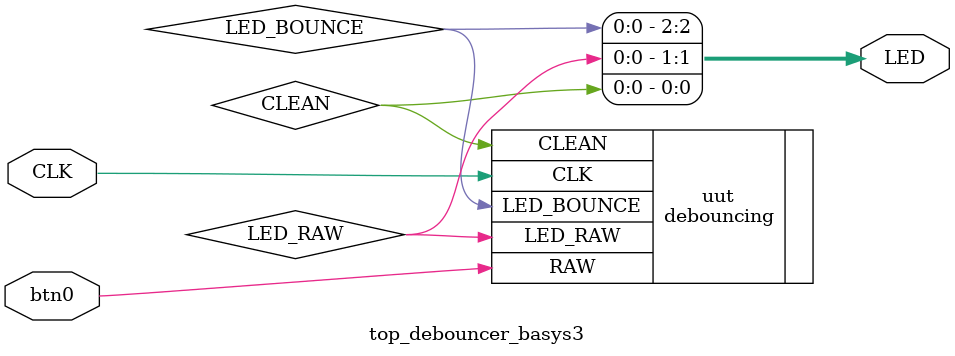
<source format=v>
`timescale 1ns / 1ps


module top_debouncer_basys3(
    input  CLK,        // 100 MHz Basys3 clock
    input  btn0,
    output [2:0] LED  
);

    wire CLEAN, LED_RAW, LED_BOUNCE;

    debouncing uut (.RAW(btn0),.CLK(CLK),.CLEAN(CLEAN),.LED_RAW(LED_RAW),.LED_BOUNCE(LED_BOUNCE));

    // Map LEDs
    assign LED[0] = CLEAN;       // Debounced output
    assign LED[1] = LED_RAW;     // Raw push button
    assign LED[2] = LED_BOUNCE;  // Bounce indicator

endmodule


</source>
